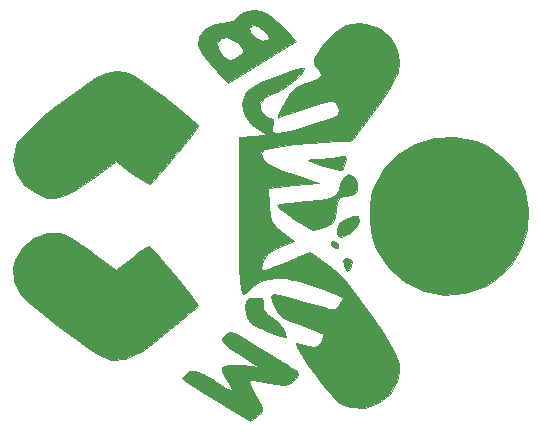
<source format=gbr>
%TF.GenerationSoftware,KiCad,Pcbnew,(5.1.6-0-10_14)*%
%TF.CreationDate,2020-06-28T20:47:41+01:00*%
%TF.ProjectId,mux-control,6d75782d-636f-46e7-9472-6f6c2e6b6963,rev?*%
%TF.SameCoordinates,Original*%
%TF.FileFunction,Legend,Bot*%
%TF.FilePolarity,Positive*%
%FSLAX46Y46*%
G04 Gerber Fmt 4.6, Leading zero omitted, Abs format (unit mm)*
G04 Created by KiCad (PCBNEW (5.1.6-0-10_14)) date 2020-06-28 20:47:41*
%MOMM*%
%LPD*%
G01*
G04 APERTURE LIST*
%ADD10C,0.010000*%
G04 APERTURE END LIST*
D10*
%TO.C,G\u002A\u002A\u002A*%
G36*
X171132535Y-86973064D02*
G01*
X170634226Y-88550795D01*
X169734616Y-89983971D01*
X168433707Y-91189596D01*
X167604581Y-91695941D01*
X165859992Y-92327973D01*
X164083262Y-92464968D01*
X162356743Y-92134228D01*
X160762786Y-91363054D01*
X159383741Y-90178746D01*
X158304055Y-88612661D01*
X157962422Y-87580436D01*
X157788080Y-86268611D01*
X157792290Y-84909050D01*
X157986316Y-83733621D01*
X158056666Y-83519878D01*
X158922173Y-81902757D01*
X160141117Y-80616110D01*
X161625093Y-79694188D01*
X163285695Y-79171238D01*
X165034518Y-79081510D01*
X166783156Y-79459254D01*
X167604581Y-79820900D01*
X169112772Y-80876484D01*
X170219663Y-82202488D01*
X170925254Y-83715915D01*
X171229545Y-85333772D01*
X171132535Y-86973064D01*
G37*
X171132535Y-86973064D02*
X170634226Y-88550795D01*
X169734616Y-89983971D01*
X168433707Y-91189596D01*
X167604581Y-91695941D01*
X165859992Y-92327973D01*
X164083262Y-92464968D01*
X162356743Y-92134228D01*
X160762786Y-91363054D01*
X159383741Y-90178746D01*
X158304055Y-88612661D01*
X157962422Y-87580436D01*
X157788080Y-86268611D01*
X157792290Y-84909050D01*
X157986316Y-83733621D01*
X158056666Y-83519878D01*
X158922173Y-81902757D01*
X160141117Y-80616110D01*
X161625093Y-79694188D01*
X163285695Y-79171238D01*
X165034518Y-79081510D01*
X166783156Y-79459254D01*
X167604581Y-79820900D01*
X169112772Y-80876484D01*
X170219663Y-82202488D01*
X170925254Y-83715915D01*
X171229545Y-85333772D01*
X171132535Y-86973064D01*
G36*
X156228251Y-90055876D02*
G01*
X156109429Y-90259260D01*
X155890680Y-90453856D01*
X155712471Y-90170550D01*
X155552130Y-89558930D01*
X155710109Y-89353329D01*
X155942631Y-89404891D01*
X156300322Y-89653055D01*
X156228251Y-90055876D01*
G37*
X156228251Y-90055876D02*
X156109429Y-90259260D01*
X155890680Y-90453856D01*
X155712471Y-90170550D01*
X155552130Y-89558930D01*
X155710109Y-89353329D01*
X155942631Y-89404891D01*
X156300322Y-89653055D01*
X156228251Y-90055876D01*
G36*
X156597650Y-86755710D02*
G01*
X156120469Y-87213325D01*
X155924911Y-87322056D01*
X155326551Y-87571607D01*
X155068689Y-87542188D01*
X155008017Y-87182593D01*
X155006842Y-86994016D01*
X155195745Y-86425529D01*
X155817520Y-86022238D01*
X156412590Y-85833278D01*
X156766014Y-85826778D01*
X156777722Y-85835968D01*
X156852384Y-86234469D01*
X156597650Y-86755710D01*
G37*
X156597650Y-86755710D02*
X156120469Y-87213325D01*
X155924911Y-87322056D01*
X155326551Y-87571607D01*
X155068689Y-87542188D01*
X155008017Y-87182593D01*
X155006842Y-86994016D01*
X155195745Y-86425529D01*
X155817520Y-86022238D01*
X156412590Y-85833278D01*
X156766014Y-85826778D01*
X156777722Y-85835968D01*
X156852384Y-86234469D01*
X156597650Y-86755710D01*
G36*
X155086439Y-88556097D02*
G01*
X154859541Y-88523567D01*
X154531564Y-88264605D01*
X154502205Y-87986647D01*
X154710868Y-87897368D01*
X155005055Y-88109538D01*
X155098304Y-88284804D01*
X155086439Y-88556097D01*
G37*
X155086439Y-88556097D02*
X154859541Y-88523567D01*
X154531564Y-88264605D01*
X154502205Y-87986647D01*
X154710868Y-87897368D01*
X155005055Y-88109538D01*
X155098304Y-88284804D01*
X155086439Y-88556097D01*
G36*
X155672489Y-81240856D02*
G01*
X155507761Y-81745465D01*
X155431783Y-81935880D01*
X155170333Y-81906681D01*
X154586594Y-81755482D01*
X153860740Y-81538063D01*
X153172944Y-81310202D01*
X152703381Y-81127680D01*
X152600526Y-81059362D01*
X152837035Y-80985441D01*
X153423374Y-80944635D01*
X153603158Y-80942138D01*
X154459629Y-80893733D01*
X155192212Y-80780897D01*
X155237809Y-80769310D01*
X155683980Y-80702847D01*
X155752302Y-80943963D01*
X155672489Y-81240856D01*
G37*
X155672489Y-81240856D02*
X155507761Y-81745465D01*
X155431783Y-81935880D01*
X155170333Y-81906681D01*
X154586594Y-81755482D01*
X153860740Y-81538063D01*
X153172944Y-81310202D01*
X152703381Y-81127680D01*
X152600526Y-81059362D01*
X152837035Y-80985441D01*
X153423374Y-80944635D01*
X153603158Y-80942138D01*
X154459629Y-80893733D01*
X155192212Y-80780897D01*
X155237809Y-80769310D01*
X155683980Y-80702847D01*
X155752302Y-80943963D01*
X155672489Y-81240856D01*
G36*
X156671740Y-83698738D02*
G01*
X156262038Y-84063602D01*
X155623794Y-84150116D01*
X155238043Y-84237408D01*
X155041848Y-84586955D01*
X154955373Y-85255036D01*
X154846391Y-85991802D01*
X154563059Y-86408891D01*
X153953879Y-86720875D01*
X153907289Y-86739495D01*
X153373385Y-86928445D01*
X152953907Y-86954579D01*
X152485720Y-86775975D01*
X151805692Y-86350711D01*
X151444324Y-86106565D01*
X150689404Y-85570213D01*
X150148002Y-85140337D01*
X149937051Y-84909800D01*
X149937035Y-84909546D01*
X150179341Y-84810802D01*
X150836958Y-84697484D01*
X151791470Y-84587831D01*
X152328755Y-84541193D01*
X153598545Y-84418746D01*
X154433122Y-84256973D01*
X154931933Y-84007380D01*
X155194424Y-83621473D01*
X155315434Y-83084737D01*
X155571503Y-82497872D01*
X156006384Y-82295014D01*
X156441835Y-82486784D01*
X156686432Y-83003057D01*
X156671740Y-83698738D01*
G37*
X156671740Y-83698738D02*
X156262038Y-84063602D01*
X155623794Y-84150116D01*
X155238043Y-84237408D01*
X155041848Y-84586955D01*
X154955373Y-85255036D01*
X154846391Y-85991802D01*
X154563059Y-86408891D01*
X153953879Y-86720875D01*
X153907289Y-86739495D01*
X153373385Y-86928445D01*
X152953907Y-86954579D01*
X152485720Y-86775975D01*
X151805692Y-86350711D01*
X151444324Y-86106565D01*
X150689404Y-85570213D01*
X150148002Y-85140337D01*
X149937051Y-84909800D01*
X149937035Y-84909546D01*
X150179341Y-84810802D01*
X150836958Y-84697484D01*
X151791470Y-84587831D01*
X152328755Y-84541193D01*
X153598545Y-84418746D01*
X154433122Y-84256973D01*
X154931933Y-84007380D01*
X155194424Y-83621473D01*
X155315434Y-83084737D01*
X155571503Y-82497872D01*
X156006384Y-82295014D01*
X156441835Y-82486784D01*
X156686432Y-83003057D01*
X156671740Y-83698738D01*
G36*
X150512431Y-96054465D02*
G01*
X149968462Y-95892630D01*
X149255405Y-95627279D01*
X148531626Y-95318369D01*
X147955492Y-95025860D01*
X147859113Y-94966289D01*
X147387704Y-94437336D01*
X147253158Y-93639626D01*
X147298107Y-93013921D01*
X147528786Y-92758362D01*
X148073280Y-92710000D01*
X148631226Y-92761471D01*
X148780865Y-92982983D01*
X148723121Y-93246509D01*
X148726175Y-93702820D01*
X149130639Y-94105561D01*
X149359666Y-94246072D01*
X149998157Y-94762257D01*
X150507034Y-95424989D01*
X150728265Y-96025747D01*
X150728947Y-96052825D01*
X150512431Y-96054465D01*
G37*
X150512431Y-96054465D02*
X149968462Y-95892630D01*
X149255405Y-95627279D01*
X148531626Y-95318369D01*
X147955492Y-95025860D01*
X147859113Y-94966289D01*
X147387704Y-94437336D01*
X147253158Y-93639626D01*
X147298107Y-93013921D01*
X147528786Y-92758362D01*
X148073280Y-92710000D01*
X148631226Y-92761471D01*
X148780865Y-92982983D01*
X148723121Y-93246509D01*
X148726175Y-93702820D01*
X149130639Y-94105561D01*
X149359666Y-94246072D01*
X149998157Y-94762257D01*
X150507034Y-95424989D01*
X150728265Y-96025747D01*
X150728947Y-96052825D01*
X150512431Y-96054465D01*
G36*
X160149614Y-73661699D02*
G01*
X159877750Y-74234237D01*
X159401561Y-75044217D01*
X158789304Y-75994829D01*
X158109233Y-76989262D01*
X157429603Y-77930704D01*
X156818668Y-78722343D01*
X156344684Y-79267368D01*
X156075905Y-79468968D01*
X156058603Y-79464316D01*
X155701825Y-79427981D01*
X154940562Y-79450139D01*
X153900377Y-79518614D01*
X152706832Y-79621230D01*
X151485488Y-79745810D01*
X150361908Y-79880177D01*
X149461653Y-80012155D01*
X148910286Y-80129568D01*
X148820933Y-80166202D01*
X148625819Y-80495291D01*
X148759893Y-80974929D01*
X149055876Y-81342701D01*
X149654747Y-81695135D01*
X150646300Y-82078900D01*
X151282937Y-82286323D01*
X153536315Y-82993376D01*
X151374415Y-83196683D01*
X149212515Y-83399991D01*
X149282562Y-84900700D01*
X149354944Y-85793682D01*
X149532132Y-86357904D01*
X149911858Y-86799297D01*
X150346480Y-87142458D01*
X151340352Y-87883508D01*
X150137461Y-88399127D01*
X149202764Y-88914284D01*
X148716141Y-89508472D01*
X148590000Y-90195455D01*
X148664005Y-90409200D01*
X148969218Y-90389769D01*
X149592631Y-90147470D01*
X150542076Y-89753008D01*
X151548823Y-89353410D01*
X151669973Y-89306938D01*
X152744682Y-88897165D01*
X154246535Y-89949216D01*
X154993260Y-90535321D01*
X155714417Y-91255120D01*
X156492932Y-92205048D01*
X157411730Y-93481537D01*
X157897706Y-94195107D01*
X158873968Y-95672149D01*
X159566239Y-96803215D01*
X160007790Y-97672778D01*
X160231894Y-98365313D01*
X160271821Y-98965293D01*
X160160845Y-99557192D01*
X160094416Y-99772314D01*
X159470497Y-100893198D01*
X158521254Y-101668033D01*
X157365101Y-102049166D01*
X156120452Y-101988945D01*
X155323400Y-101692279D01*
X154937903Y-101378533D01*
X154401189Y-100794943D01*
X153776446Y-100029913D01*
X153126860Y-99171844D01*
X152515622Y-98309140D01*
X152005917Y-97530201D01*
X151660934Y-96923431D01*
X151543861Y-96577231D01*
X151641277Y-96540843D01*
X152582982Y-96849944D01*
X153178037Y-96889773D01*
X153543354Y-96657613D01*
X153648031Y-96494206D01*
X153876238Y-96015221D01*
X153937368Y-95817732D01*
X153702577Y-95677103D01*
X153081620Y-95429057D01*
X152199623Y-95122779D01*
X152024617Y-95065847D01*
X151004307Y-94710543D01*
X150371180Y-94397705D01*
X149993288Y-94041558D01*
X149751985Y-93588489D01*
X149510659Y-92973956D01*
X149394066Y-92604451D01*
X149392105Y-92584903D01*
X149569493Y-92454730D01*
X150127633Y-92499525D01*
X151105489Y-92726176D01*
X152542025Y-93141570D01*
X152542931Y-93141846D01*
X153637199Y-93468229D01*
X154335889Y-93642189D01*
X154753111Y-93673055D01*
X155002973Y-93570154D01*
X155188438Y-93358113D01*
X155469891Y-92908107D01*
X155541579Y-92711525D01*
X155305922Y-92561466D01*
X154684108Y-92307057D01*
X153803871Y-91991799D01*
X152792942Y-91659194D01*
X151779057Y-91352742D01*
X150889948Y-91115945D01*
X150782623Y-91090810D01*
X149778184Y-91024023D01*
X148782486Y-91219236D01*
X147994890Y-91622377D01*
X147716834Y-91922325D01*
X147326825Y-92335025D01*
X147055159Y-92442631D01*
X146946361Y-92326997D01*
X146862049Y-91946989D01*
X146799716Y-91252956D01*
X146756855Y-90195242D01*
X146730958Y-88724194D01*
X146719520Y-86790157D01*
X146718421Y-85773070D01*
X146718421Y-79103509D01*
X147988421Y-79015392D01*
X148728468Y-78954312D01*
X148994684Y-78881000D01*
X148847112Y-78752826D01*
X148550139Y-78616565D01*
X147704531Y-78022983D01*
X147171810Y-77203240D01*
X146994901Y-76298933D01*
X147216728Y-75451661D01*
X147484127Y-75100083D01*
X147882638Y-74845498D01*
X148601480Y-74502546D01*
X149504781Y-74123265D01*
X150456674Y-73759692D01*
X151321288Y-73463864D01*
X151962753Y-73287818D01*
X152241028Y-73278221D01*
X152180489Y-73547208D01*
X151796316Y-73993132D01*
X151215889Y-74505652D01*
X150566591Y-74974429D01*
X149975804Y-75289123D01*
X149881387Y-75322172D01*
X148927712Y-75724407D01*
X148481120Y-76200013D01*
X148515562Y-76780956D01*
X148580853Y-76918172D01*
X148976259Y-77353193D01*
X149296813Y-77470000D01*
X149584163Y-77605534D01*
X149562319Y-78086464D01*
X149549680Y-78138421D01*
X149498784Y-78632034D01*
X149772240Y-78797180D01*
X149987678Y-78806842D01*
X150506337Y-78725515D01*
X151347790Y-78513184D01*
X152361222Y-78217319D01*
X153395817Y-77885392D01*
X154300760Y-77564877D01*
X154925233Y-77303244D01*
X155098453Y-77198135D01*
X155164293Y-76832832D01*
X155031328Y-76446280D01*
X154876250Y-76195488D01*
X154673065Y-76074887D01*
X154312991Y-76094407D01*
X153687246Y-76263976D01*
X152687046Y-76593523D01*
X152416404Y-76684944D01*
X151387973Y-77029125D01*
X150569386Y-77296576D01*
X150078985Y-77448950D01*
X149993684Y-77470000D01*
X150054237Y-77258795D01*
X150314913Y-76712975D01*
X150606396Y-76160116D01*
X151106994Y-75348419D01*
X151605991Y-74876005D01*
X152289407Y-74581416D01*
X152494662Y-74521158D01*
X153305952Y-74229415D01*
X153625289Y-73904880D01*
X153493899Y-73474005D01*
X153250857Y-73172115D01*
X153046460Y-72877651D01*
X153051312Y-72556426D01*
X153306165Y-72072330D01*
X153788123Y-71377715D01*
X154754554Y-70277343D01*
X155764238Y-69661809D01*
X156910982Y-69483609D01*
X157444484Y-69526187D01*
X158581726Y-69914250D01*
X159489227Y-70668996D01*
X160087878Y-71669483D01*
X160298565Y-72794769D01*
X160149614Y-73661699D01*
G37*
X160149614Y-73661699D02*
X159877750Y-74234237D01*
X159401561Y-75044217D01*
X158789304Y-75994829D01*
X158109233Y-76989262D01*
X157429603Y-77930704D01*
X156818668Y-78722343D01*
X156344684Y-79267368D01*
X156075905Y-79468968D01*
X156058603Y-79464316D01*
X155701825Y-79427981D01*
X154940562Y-79450139D01*
X153900377Y-79518614D01*
X152706832Y-79621230D01*
X151485488Y-79745810D01*
X150361908Y-79880177D01*
X149461653Y-80012155D01*
X148910286Y-80129568D01*
X148820933Y-80166202D01*
X148625819Y-80495291D01*
X148759893Y-80974929D01*
X149055876Y-81342701D01*
X149654747Y-81695135D01*
X150646300Y-82078900D01*
X151282937Y-82286323D01*
X153536315Y-82993376D01*
X151374415Y-83196683D01*
X149212515Y-83399991D01*
X149282562Y-84900700D01*
X149354944Y-85793682D01*
X149532132Y-86357904D01*
X149911858Y-86799297D01*
X150346480Y-87142458D01*
X151340352Y-87883508D01*
X150137461Y-88399127D01*
X149202764Y-88914284D01*
X148716141Y-89508472D01*
X148590000Y-90195455D01*
X148664005Y-90409200D01*
X148969218Y-90389769D01*
X149592631Y-90147470D01*
X150542076Y-89753008D01*
X151548823Y-89353410D01*
X151669973Y-89306938D01*
X152744682Y-88897165D01*
X154246535Y-89949216D01*
X154993260Y-90535321D01*
X155714417Y-91255120D01*
X156492932Y-92205048D01*
X157411730Y-93481537D01*
X157897706Y-94195107D01*
X158873968Y-95672149D01*
X159566239Y-96803215D01*
X160007790Y-97672778D01*
X160231894Y-98365313D01*
X160271821Y-98965293D01*
X160160845Y-99557192D01*
X160094416Y-99772314D01*
X159470497Y-100893198D01*
X158521254Y-101668033D01*
X157365101Y-102049166D01*
X156120452Y-101988945D01*
X155323400Y-101692279D01*
X154937903Y-101378533D01*
X154401189Y-100794943D01*
X153776446Y-100029913D01*
X153126860Y-99171844D01*
X152515622Y-98309140D01*
X152005917Y-97530201D01*
X151660934Y-96923431D01*
X151543861Y-96577231D01*
X151641277Y-96540843D01*
X152582982Y-96849944D01*
X153178037Y-96889773D01*
X153543354Y-96657613D01*
X153648031Y-96494206D01*
X153876238Y-96015221D01*
X153937368Y-95817732D01*
X153702577Y-95677103D01*
X153081620Y-95429057D01*
X152199623Y-95122779D01*
X152024617Y-95065847D01*
X151004307Y-94710543D01*
X150371180Y-94397705D01*
X149993288Y-94041558D01*
X149751985Y-93588489D01*
X149510659Y-92973956D01*
X149394066Y-92604451D01*
X149392105Y-92584903D01*
X149569493Y-92454730D01*
X150127633Y-92499525D01*
X151105489Y-92726176D01*
X152542025Y-93141570D01*
X152542931Y-93141846D01*
X153637199Y-93468229D01*
X154335889Y-93642189D01*
X154753111Y-93673055D01*
X155002973Y-93570154D01*
X155188438Y-93358113D01*
X155469891Y-92908107D01*
X155541579Y-92711525D01*
X155305922Y-92561466D01*
X154684108Y-92307057D01*
X153803871Y-91991799D01*
X152792942Y-91659194D01*
X151779057Y-91352742D01*
X150889948Y-91115945D01*
X150782623Y-91090810D01*
X149778184Y-91024023D01*
X148782486Y-91219236D01*
X147994890Y-91622377D01*
X147716834Y-91922325D01*
X147326825Y-92335025D01*
X147055159Y-92442631D01*
X146946361Y-92326997D01*
X146862049Y-91946989D01*
X146799716Y-91252956D01*
X146756855Y-90195242D01*
X146730958Y-88724194D01*
X146719520Y-86790157D01*
X146718421Y-85773070D01*
X146718421Y-79103509D01*
X147988421Y-79015392D01*
X148728468Y-78954312D01*
X148994684Y-78881000D01*
X148847112Y-78752826D01*
X148550139Y-78616565D01*
X147704531Y-78022983D01*
X147171810Y-77203240D01*
X146994901Y-76298933D01*
X147216728Y-75451661D01*
X147484127Y-75100083D01*
X147882638Y-74845498D01*
X148601480Y-74502546D01*
X149504781Y-74123265D01*
X150456674Y-73759692D01*
X151321288Y-73463864D01*
X151962753Y-73287818D01*
X152241028Y-73278221D01*
X152180489Y-73547208D01*
X151796316Y-73993132D01*
X151215889Y-74505652D01*
X150566591Y-74974429D01*
X149975804Y-75289123D01*
X149881387Y-75322172D01*
X148927712Y-75724407D01*
X148481120Y-76200013D01*
X148515562Y-76780956D01*
X148580853Y-76918172D01*
X148976259Y-77353193D01*
X149296813Y-77470000D01*
X149584163Y-77605534D01*
X149562319Y-78086464D01*
X149549680Y-78138421D01*
X149498784Y-78632034D01*
X149772240Y-78797180D01*
X149987678Y-78806842D01*
X150506337Y-78725515D01*
X151347790Y-78513184D01*
X152361222Y-78217319D01*
X153395817Y-77885392D01*
X154300760Y-77564877D01*
X154925233Y-77303244D01*
X155098453Y-77198135D01*
X155164293Y-76832832D01*
X155031328Y-76446280D01*
X154876250Y-76195488D01*
X154673065Y-76074887D01*
X154312991Y-76094407D01*
X153687246Y-76263976D01*
X152687046Y-76593523D01*
X152416404Y-76684944D01*
X151387973Y-77029125D01*
X150569386Y-77296576D01*
X150078985Y-77448950D01*
X149993684Y-77470000D01*
X150054237Y-77258795D01*
X150314913Y-76712975D01*
X150606396Y-76160116D01*
X151106994Y-75348419D01*
X151605991Y-74876005D01*
X152289407Y-74581416D01*
X152494662Y-74521158D01*
X153305952Y-74229415D01*
X153625289Y-73904880D01*
X153493899Y-73474005D01*
X153250857Y-73172115D01*
X153046460Y-72877651D01*
X153051312Y-72556426D01*
X153306165Y-72072330D01*
X153788123Y-71377715D01*
X154754554Y-70277343D01*
X155764238Y-69661809D01*
X156910982Y-69483609D01*
X157444484Y-69526187D01*
X158581726Y-69914250D01*
X159489227Y-70668996D01*
X160087878Y-71669483D01*
X160298565Y-72794769D01*
X160149614Y-73661699D01*
G36*
X148665977Y-72735683D02*
G01*
X145782631Y-74514976D01*
X144512631Y-73204997D01*
X143662397Y-72188654D01*
X143280961Y-71346695D01*
X143355820Y-70620499D01*
X143827784Y-69994099D01*
X144652572Y-69549841D01*
X145367679Y-69448947D01*
X145704559Y-69391679D01*
X145704559Y-70660392D01*
X145159274Y-70745139D01*
X144878550Y-71130338D01*
X144955829Y-71701682D01*
X145384176Y-72258666D01*
X145846801Y-72578841D01*
X146295360Y-72530490D01*
X146593462Y-72385330D01*
X147077417Y-72024662D01*
X147097859Y-71646537D01*
X146643970Y-71163454D01*
X146420960Y-70990404D01*
X145704559Y-70660392D01*
X145704559Y-69391679D01*
X146209990Y-69305757D01*
X146656372Y-68914210D01*
X147136606Y-68508208D01*
X147915768Y-68387145D01*
X147915768Y-69623325D01*
X147893116Y-69630550D01*
X147556818Y-69882769D01*
X147675283Y-70258235D01*
X148045305Y-70643093D01*
X148631192Y-70958397D01*
X149021145Y-70944923D01*
X149287259Y-70782622D01*
X149213153Y-70525464D01*
X148868957Y-70129704D01*
X148352323Y-69728019D01*
X147915768Y-69623325D01*
X147915768Y-68387145D01*
X147964276Y-68379607D01*
X148000737Y-68379474D01*
X148625489Y-68441253D01*
X149175526Y-68686591D01*
X149810073Y-69205489D01*
X150280238Y-69667932D01*
X151549322Y-70956390D01*
X148665977Y-72735683D01*
G37*
X148665977Y-72735683D02*
X145782631Y-74514976D01*
X144512631Y-73204997D01*
X143662397Y-72188654D01*
X143280961Y-71346695D01*
X143355820Y-70620499D01*
X143827784Y-69994099D01*
X144652572Y-69549841D01*
X145367679Y-69448947D01*
X145704559Y-69391679D01*
X145704559Y-70660392D01*
X145159274Y-70745139D01*
X144878550Y-71130338D01*
X144955829Y-71701682D01*
X145384176Y-72258666D01*
X145846801Y-72578841D01*
X146295360Y-72530490D01*
X146593462Y-72385330D01*
X147077417Y-72024662D01*
X147097859Y-71646537D01*
X146643970Y-71163454D01*
X146420960Y-70990404D01*
X145704559Y-70660392D01*
X145704559Y-69391679D01*
X146209990Y-69305757D01*
X146656372Y-68914210D01*
X147136606Y-68508208D01*
X147915768Y-68387145D01*
X147915768Y-69623325D01*
X147893116Y-69630550D01*
X147556818Y-69882769D01*
X147675283Y-70258235D01*
X148045305Y-70643093D01*
X148631192Y-70958397D01*
X149021145Y-70944923D01*
X149287259Y-70782622D01*
X149213153Y-70525464D01*
X148868957Y-70129704D01*
X148352323Y-69728019D01*
X147915768Y-69623325D01*
X147915768Y-68387145D01*
X147964276Y-68379607D01*
X148000737Y-68379474D01*
X148625489Y-68441253D01*
X149175526Y-68686591D01*
X149810073Y-69205489D01*
X150280238Y-69667932D01*
X151549322Y-70956390D01*
X148665977Y-72735683D01*
G36*
X151429780Y-99642278D02*
G01*
X151283892Y-99776975D01*
X150925516Y-100031982D01*
X150497636Y-100115393D01*
X149827033Y-100040179D01*
X149257425Y-99928740D01*
X148419501Y-99780965D01*
X147814447Y-99723080D01*
X147609435Y-99750915D01*
X147655077Y-100037400D01*
X147920028Y-100622956D01*
X148166108Y-101069013D01*
X148561574Y-101774404D01*
X148698881Y-102185572D01*
X148598306Y-102464823D01*
X148369153Y-102694214D01*
X147925979Y-103034920D01*
X147695396Y-103137368D01*
X147427025Y-103006425D01*
X146820088Y-102657044D01*
X145980056Y-102154401D01*
X145012404Y-101563670D01*
X144022603Y-100950025D01*
X143116128Y-100378640D01*
X142398451Y-99914690D01*
X141975046Y-99623350D01*
X141905789Y-99559826D01*
X142065342Y-99349610D01*
X142226631Y-99180316D01*
X142587462Y-98929518D01*
X143023838Y-98916454D01*
X143647517Y-99169191D01*
X144570255Y-99715796D01*
X144707966Y-99803479D01*
X145570085Y-100332916D01*
X146030462Y-100543811D01*
X146121049Y-100430435D01*
X145873796Y-99987062D01*
X145632040Y-99637835D01*
X145259970Y-98972947D01*
X145303893Y-98563639D01*
X145792213Y-98383959D01*
X146753338Y-98407953D01*
X146954868Y-98429181D01*
X148456315Y-98598806D01*
X146754995Y-97513638D01*
X145898737Y-96955754D01*
X145428450Y-96591087D01*
X145275359Y-96331511D01*
X145370694Y-96088901D01*
X145512495Y-95921480D01*
X145744605Y-95700432D01*
X145996092Y-95626289D01*
X146369055Y-95732415D01*
X146965591Y-96052174D01*
X147887797Y-96618932D01*
X148149605Y-96783271D01*
X149188931Y-97432166D01*
X150137866Y-98017232D01*
X150850075Y-98448548D01*
X151061467Y-98572606D01*
X151629038Y-98946257D01*
X151742076Y-99250110D01*
X151429780Y-99642278D01*
G37*
X151429780Y-99642278D02*
X151283892Y-99776975D01*
X150925516Y-100031982D01*
X150497636Y-100115393D01*
X149827033Y-100040179D01*
X149257425Y-99928740D01*
X148419501Y-99780965D01*
X147814447Y-99723080D01*
X147609435Y-99750915D01*
X147655077Y-100037400D01*
X147920028Y-100622956D01*
X148166108Y-101069013D01*
X148561574Y-101774404D01*
X148698881Y-102185572D01*
X148598306Y-102464823D01*
X148369153Y-102694214D01*
X147925979Y-103034920D01*
X147695396Y-103137368D01*
X147427025Y-103006425D01*
X146820088Y-102657044D01*
X145980056Y-102154401D01*
X145012404Y-101563670D01*
X144022603Y-100950025D01*
X143116128Y-100378640D01*
X142398451Y-99914690D01*
X141975046Y-99623350D01*
X141905789Y-99559826D01*
X142065342Y-99349610D01*
X142226631Y-99180316D01*
X142587462Y-98929518D01*
X143023838Y-98916454D01*
X143647517Y-99169191D01*
X144570255Y-99715796D01*
X144707966Y-99803479D01*
X145570085Y-100332916D01*
X146030462Y-100543811D01*
X146121049Y-100430435D01*
X145873796Y-99987062D01*
X145632040Y-99637835D01*
X145259970Y-98972947D01*
X145303893Y-98563639D01*
X145792213Y-98383959D01*
X146753338Y-98407953D01*
X146954868Y-98429181D01*
X148456315Y-98598806D01*
X146754995Y-97513638D01*
X145898737Y-96955754D01*
X145428450Y-96591087D01*
X145275359Y-96331511D01*
X145370694Y-96088901D01*
X145512495Y-95921480D01*
X145744605Y-95700432D01*
X145996092Y-95626289D01*
X146369055Y-95732415D01*
X146965591Y-96052174D01*
X147887797Y-96618932D01*
X148149605Y-96783271D01*
X149188931Y-97432166D01*
X150137866Y-98017232D01*
X150850075Y-98448548D01*
X151061467Y-98572606D01*
X151629038Y-98946257D01*
X151742076Y-99250110D01*
X151429780Y-99642278D01*
G36*
X143046439Y-93561838D02*
G01*
X142522560Y-94035435D01*
X141768041Y-94675308D01*
X140879929Y-95402154D01*
X139955272Y-96136673D01*
X139091116Y-96799565D01*
X138384508Y-97311529D01*
X138324826Y-97352337D01*
X137110205Y-97932389D01*
X135926342Y-97984680D01*
X134729775Y-97511007D01*
X134714534Y-97501753D01*
X133901021Y-96967091D01*
X132888830Y-96245204D01*
X131775706Y-95412656D01*
X130659395Y-94546012D01*
X129637642Y-93721838D01*
X128808194Y-93016696D01*
X128268796Y-92507153D01*
X128139732Y-92351685D01*
X127694131Y-91304411D01*
X127599533Y-90188516D01*
X127758152Y-89501716D01*
X128437498Y-88417996D01*
X129386733Y-87641648D01*
X130481396Y-87239661D01*
X131597024Y-87279027D01*
X131782804Y-87335471D01*
X132382228Y-87628857D01*
X133241513Y-88152561D01*
X134199813Y-88806832D01*
X134450796Y-88990062D01*
X136295641Y-90357703D01*
X137645795Y-89328062D01*
X138362123Y-88804367D01*
X138898952Y-88453911D01*
X139126048Y-88355234D01*
X139352440Y-88577810D01*
X139825718Y-89113169D01*
X140463469Y-89861640D01*
X141183276Y-90723551D01*
X141902725Y-91599229D01*
X142539402Y-92389003D01*
X143010893Y-92993201D01*
X143234782Y-93312151D01*
X143242631Y-93333816D01*
X143046439Y-93561838D01*
G37*
X143046439Y-93561838D02*
X142522560Y-94035435D01*
X141768041Y-94675308D01*
X140879929Y-95402154D01*
X139955272Y-96136673D01*
X139091116Y-96799565D01*
X138384508Y-97311529D01*
X138324826Y-97352337D01*
X137110205Y-97932389D01*
X135926342Y-97984680D01*
X134729775Y-97511007D01*
X134714534Y-97501753D01*
X133901021Y-96967091D01*
X132888830Y-96245204D01*
X131775706Y-95412656D01*
X130659395Y-94546012D01*
X129637642Y-93721838D01*
X128808194Y-93016696D01*
X128268796Y-92507153D01*
X128139732Y-92351685D01*
X127694131Y-91304411D01*
X127599533Y-90188516D01*
X127758152Y-89501716D01*
X128437498Y-88417996D01*
X129386733Y-87641648D01*
X130481396Y-87239661D01*
X131597024Y-87279027D01*
X131782804Y-87335471D01*
X132382228Y-87628857D01*
X133241513Y-88152561D01*
X134199813Y-88806832D01*
X134450796Y-88990062D01*
X136295641Y-90357703D01*
X137645795Y-89328062D01*
X138362123Y-88804367D01*
X138898952Y-88453911D01*
X139126048Y-88355234D01*
X139352440Y-88577810D01*
X139825718Y-89113169D01*
X140463469Y-89861640D01*
X141183276Y-90723551D01*
X141902725Y-91599229D01*
X142539402Y-92389003D01*
X143010893Y-92993201D01*
X143234782Y-93312151D01*
X143242631Y-93333816D01*
X143046439Y-93561838D01*
G36*
X143079978Y-78434189D02*
G01*
X142648379Y-79000868D01*
X142032377Y-79767064D01*
X141316513Y-80631919D01*
X140585331Y-81494572D01*
X139923373Y-82254166D01*
X139415180Y-82809840D01*
X139145296Y-83060737D01*
X139138771Y-83063800D01*
X138822713Y-82961506D01*
X138229414Y-82604522D01*
X137608363Y-82160234D01*
X136304972Y-81166255D01*
X134286437Y-82640375D01*
X133003585Y-83525591D01*
X132003595Y-84070702D01*
X131183321Y-84305662D01*
X130439617Y-84260422D01*
X129689825Y-83975172D01*
X128555213Y-83177106D01*
X127841724Y-82165959D01*
X127583792Y-81026940D01*
X127815855Y-79845258D01*
X127925300Y-79608947D01*
X128331253Y-79084831D01*
X129084087Y-78344587D01*
X130084305Y-77466515D01*
X131232409Y-76528920D01*
X132428902Y-75610101D01*
X133574286Y-74788362D01*
X134569064Y-74142004D01*
X135313738Y-73749331D01*
X135423031Y-73708420D01*
X136295149Y-73554627D01*
X137111928Y-73597280D01*
X137545817Y-73800709D01*
X138265918Y-74249345D01*
X139175496Y-74871072D01*
X140177815Y-75593769D01*
X141176141Y-76345320D01*
X142073738Y-77053604D01*
X142773872Y-77646503D01*
X143179807Y-78051900D01*
X143242631Y-78167887D01*
X143079978Y-78434189D01*
G37*
X143079978Y-78434189D02*
X142648379Y-79000868D01*
X142032377Y-79767064D01*
X141316513Y-80631919D01*
X140585331Y-81494572D01*
X139923373Y-82254166D01*
X139415180Y-82809840D01*
X139145296Y-83060737D01*
X139138771Y-83063800D01*
X138822713Y-82961506D01*
X138229414Y-82604522D01*
X137608363Y-82160234D01*
X136304972Y-81166255D01*
X134286437Y-82640375D01*
X133003585Y-83525591D01*
X132003595Y-84070702D01*
X131183321Y-84305662D01*
X130439617Y-84260422D01*
X129689825Y-83975172D01*
X128555213Y-83177106D01*
X127841724Y-82165959D01*
X127583792Y-81026940D01*
X127815855Y-79845258D01*
X127925300Y-79608947D01*
X128331253Y-79084831D01*
X129084087Y-78344587D01*
X130084305Y-77466515D01*
X131232409Y-76528920D01*
X132428902Y-75610101D01*
X133574286Y-74788362D01*
X134569064Y-74142004D01*
X135313738Y-73749331D01*
X135423031Y-73708420D01*
X136295149Y-73554627D01*
X137111928Y-73597280D01*
X137545817Y-73800709D01*
X138265918Y-74249345D01*
X139175496Y-74871072D01*
X140177815Y-75593769D01*
X141176141Y-76345320D01*
X142073738Y-77053604D01*
X142773872Y-77646503D01*
X143179807Y-78051900D01*
X143242631Y-78167887D01*
X143079978Y-78434189D01*
%TD*%
M02*

</source>
